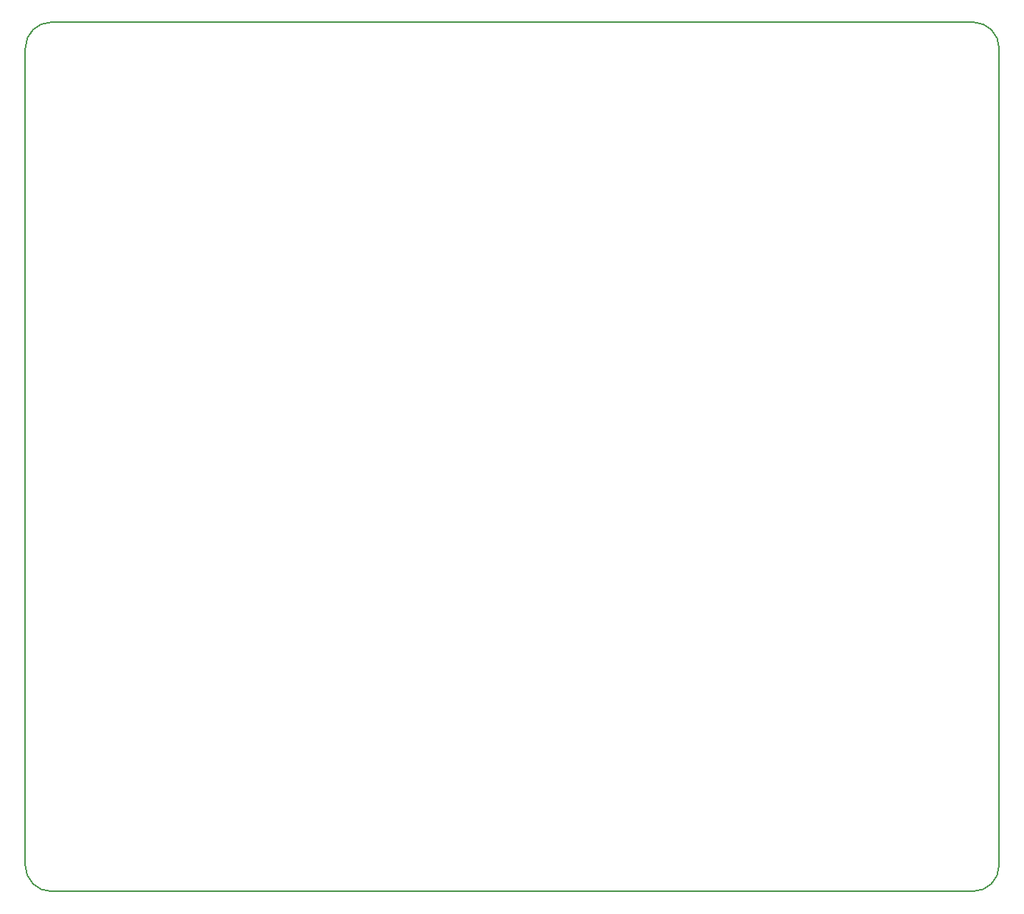
<source format=gbr>
G04 #@! TF.GenerationSoftware,KiCad,Pcbnew,5.0.1*
G04 #@! TF.CreationDate,2019-02-08T15:06:07+01:00*
G04 #@! TF.ProjectId,arduinowalkietalkie,61726475696E6F77616C6B696574616C,1*
G04 #@! TF.SameCoordinates,Original*
G04 #@! TF.FileFunction,Profile,NP*
%FSLAX46Y46*%
G04 Gerber Fmt 4.6, Leading zero omitted, Abs format (unit mm)*
G04 Created by KiCad (PCBNEW 5.0.1) date Fri 08 Feb 2019 15:06:07 CET*
%MOMM*%
%LPD*%
G01*
G04 APERTURE LIST*
%ADD10C,0.200000*%
G04 APERTURE END LIST*
D10*
X89000000Y-140000000D02*
X195000000Y-140000000D01*
X86000000Y-43000000D02*
X86000000Y-137000000D01*
X195000000Y-40000000D02*
X89000000Y-40000000D01*
X198000000Y-137000000D02*
X198000000Y-43000000D01*
X89000000Y-140000000D02*
G75*
G02X86000000Y-137000000I0J3000000D01*
G01*
X86000000Y-43000000D02*
G75*
G02X89000000Y-40000000I3000000J0D01*
G01*
X195000000Y-40000000D02*
G75*
G02X198000000Y-43000000I0J-3000000D01*
G01*
X198000000Y-137000000D02*
G75*
G02X195000000Y-140000000I-3000000J0D01*
G01*
M02*

</source>
